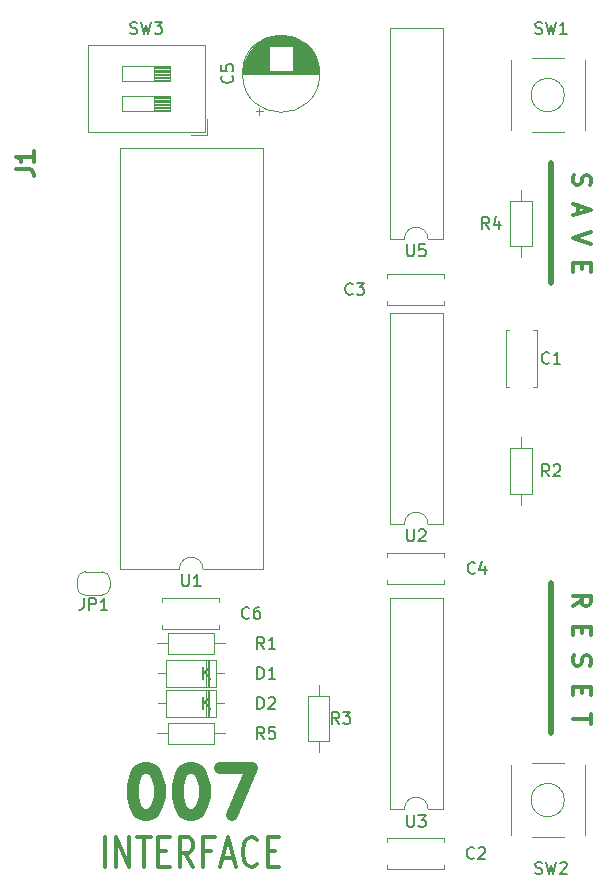
<source format=gto>
G04 #@! TF.GenerationSoftware,KiCad,Pcbnew,5.0.0-rc3-6a2723a~65~ubuntu18.04.1*
G04 #@! TF.CreationDate,2018-07-22T22:16:49+02:00*
G04 #@! TF.ProjectId,007_mini,3030375F6D696E692E6B696361645F70,rev?*
G04 #@! TF.SameCoordinates,Original*
G04 #@! TF.FileFunction,Legend,Top*
G04 #@! TF.FilePolarity,Positive*
%FSLAX46Y46*%
G04 Gerber Fmt 4.6, Leading zero omitted, Abs format (unit mm)*
G04 Created by KiCad (PCBNEW 5.0.0-rc3-6a2723a~65~ubuntu18.04.1) date Sun Jul 22 22:16:49 2018*
%MOMM*%
%LPD*%
G01*
G04 APERTURE LIST*
%ADD10C,0.300000*%
%ADD11C,1.000000*%
%ADD12C,0.508000*%
%ADD13C,0.120000*%
%ADD14C,0.150000*%
%ADD15C,0.304800*%
G04 APERTURE END LIST*
D10*
X95536666Y-121780952D02*
X95536666Y-119280952D01*
X96489047Y-121780952D02*
X96489047Y-119280952D01*
X97631904Y-121780952D01*
X97631904Y-119280952D01*
X98298571Y-119280952D02*
X99441428Y-119280952D01*
X98870000Y-121780952D02*
X98870000Y-119280952D01*
X100108095Y-120471428D02*
X100774761Y-120471428D01*
X101060476Y-121780952D02*
X100108095Y-121780952D01*
X100108095Y-119280952D01*
X101060476Y-119280952D01*
X103060476Y-121780952D02*
X102393809Y-120590476D01*
X101917619Y-121780952D02*
X101917619Y-119280952D01*
X102679523Y-119280952D01*
X102870000Y-119400000D01*
X102965238Y-119519047D01*
X103060476Y-119757142D01*
X103060476Y-120114285D01*
X102965238Y-120352380D01*
X102870000Y-120471428D01*
X102679523Y-120590476D01*
X101917619Y-120590476D01*
X104584285Y-120471428D02*
X103917619Y-120471428D01*
X103917619Y-121780952D02*
X103917619Y-119280952D01*
X104870000Y-119280952D01*
X105536666Y-121066666D02*
X106489047Y-121066666D01*
X105346190Y-121780952D02*
X106012857Y-119280952D01*
X106679523Y-121780952D01*
X108489047Y-121542857D02*
X108393809Y-121661904D01*
X108108095Y-121780952D01*
X107917619Y-121780952D01*
X107631904Y-121661904D01*
X107441428Y-121423809D01*
X107346190Y-121185714D01*
X107250952Y-120709523D01*
X107250952Y-120352380D01*
X107346190Y-119876190D01*
X107441428Y-119638095D01*
X107631904Y-119400000D01*
X107917619Y-119280952D01*
X108108095Y-119280952D01*
X108393809Y-119400000D01*
X108489047Y-119519047D01*
X109346190Y-120471428D02*
X110012857Y-120471428D01*
X110298571Y-121780952D02*
X109346190Y-121780952D01*
X109346190Y-119280952D01*
X110298571Y-119280952D01*
D11*
X98870000Y-113379523D02*
X99250952Y-113379523D01*
X99631904Y-113570000D01*
X99822380Y-113760476D01*
X100012857Y-114141428D01*
X100203333Y-114903333D01*
X100203333Y-115855714D01*
X100012857Y-116617619D01*
X99822380Y-116998571D01*
X99631904Y-117189047D01*
X99250952Y-117379523D01*
X98870000Y-117379523D01*
X98489047Y-117189047D01*
X98298571Y-116998571D01*
X98108095Y-116617619D01*
X97917619Y-115855714D01*
X97917619Y-114903333D01*
X98108095Y-114141428D01*
X98298571Y-113760476D01*
X98489047Y-113570000D01*
X98870000Y-113379523D01*
X102679523Y-113379523D02*
X103060476Y-113379523D01*
X103441428Y-113570000D01*
X103631904Y-113760476D01*
X103822380Y-114141428D01*
X104012857Y-114903333D01*
X104012857Y-115855714D01*
X103822380Y-116617619D01*
X103631904Y-116998571D01*
X103441428Y-117189047D01*
X103060476Y-117379523D01*
X102679523Y-117379523D01*
X102298571Y-117189047D01*
X102108095Y-116998571D01*
X101917619Y-116617619D01*
X101727142Y-115855714D01*
X101727142Y-114903333D01*
X101917619Y-114141428D01*
X102108095Y-113760476D01*
X102298571Y-113570000D01*
X102679523Y-113379523D01*
X105346190Y-113379523D02*
X108012857Y-113379523D01*
X106298571Y-117379523D01*
D12*
X133350000Y-97790000D02*
X133350000Y-110490000D01*
D10*
X135211428Y-99675714D02*
X135925714Y-99175714D01*
X135211428Y-98818571D02*
X136711428Y-98818571D01*
X136711428Y-99390000D01*
X136640000Y-99532857D01*
X136568571Y-99604285D01*
X136425714Y-99675714D01*
X136211428Y-99675714D01*
X136068571Y-99604285D01*
X135997142Y-99532857D01*
X135925714Y-99390000D01*
X135925714Y-98818571D01*
X135997142Y-101461428D02*
X135997142Y-101961428D01*
X135211428Y-102175714D02*
X135211428Y-101461428D01*
X136711428Y-101461428D01*
X136711428Y-102175714D01*
X135282857Y-103890000D02*
X135211428Y-104104285D01*
X135211428Y-104461428D01*
X135282857Y-104604285D01*
X135354285Y-104675714D01*
X135497142Y-104747142D01*
X135640000Y-104747142D01*
X135782857Y-104675714D01*
X135854285Y-104604285D01*
X135925714Y-104461428D01*
X135997142Y-104175714D01*
X136068571Y-104032857D01*
X136140000Y-103961428D01*
X136282857Y-103890000D01*
X136425714Y-103890000D01*
X136568571Y-103961428D01*
X136640000Y-104032857D01*
X136711428Y-104175714D01*
X136711428Y-104532857D01*
X136640000Y-104747142D01*
X135997142Y-106532857D02*
X135997142Y-107032857D01*
X135211428Y-107247142D02*
X135211428Y-106532857D01*
X136711428Y-106532857D01*
X136711428Y-107247142D01*
X136711428Y-108818571D02*
X136711428Y-109675714D01*
X135211428Y-109247142D02*
X136711428Y-109247142D01*
X135282857Y-63202857D02*
X135211428Y-63417142D01*
X135211428Y-63774285D01*
X135282857Y-63917142D01*
X135354285Y-63988571D01*
X135497142Y-64060000D01*
X135640000Y-64060000D01*
X135782857Y-63988571D01*
X135854285Y-63917142D01*
X135925714Y-63774285D01*
X135997142Y-63488571D01*
X136068571Y-63345714D01*
X136140000Y-63274285D01*
X136282857Y-63202857D01*
X136425714Y-63202857D01*
X136568571Y-63274285D01*
X136640000Y-63345714D01*
X136711428Y-63488571D01*
X136711428Y-63845714D01*
X136640000Y-64060000D01*
X135640000Y-65774285D02*
X135640000Y-66488571D01*
X135211428Y-65631428D02*
X136711428Y-66131428D01*
X135211428Y-66631428D01*
X136711428Y-68060000D02*
X135211428Y-68560000D01*
X136711428Y-69060000D01*
X135997142Y-70702857D02*
X135997142Y-71202857D01*
X135211428Y-71417142D02*
X135211428Y-70702857D01*
X136711428Y-70702857D01*
X136711428Y-71417142D01*
D12*
X133350000Y-62230000D02*
X133350000Y-72390000D01*
D13*
G04 #@! TO.C,SW1*
X134474214Y-56440000D02*
G75*
G03X134474214Y-56440000I-1414214J0D01*
G01*
X136180000Y-59410000D02*
X136180000Y-53470000D01*
X129940000Y-59410000D02*
X129940000Y-53470000D01*
X134400000Y-59560000D02*
X131720000Y-59560000D01*
X131720000Y-53320000D02*
X134400000Y-53320000D01*
G04 #@! TO.C,C1*
X129500000Y-81190000D02*
X129500000Y-76370000D01*
X132120000Y-81190000D02*
X132120000Y-76370000D01*
X129500000Y-81190000D02*
X129814000Y-81190000D01*
X131806000Y-81190000D02*
X132120000Y-81190000D01*
X129500000Y-76370000D02*
X129814000Y-76370000D01*
X131806000Y-76370000D02*
X132120000Y-76370000D01*
G04 #@! TO.C,D1*
X104990000Y-106530000D02*
X104990000Y-104290000D01*
X104990000Y-104290000D02*
X100750000Y-104290000D01*
X100750000Y-104290000D02*
X100750000Y-106530000D01*
X100750000Y-106530000D02*
X104990000Y-106530000D01*
X105640000Y-105410000D02*
X104990000Y-105410000D01*
X100100000Y-105410000D02*
X100750000Y-105410000D01*
X104270000Y-106530000D02*
X104270000Y-104290000D01*
X104150000Y-106530000D02*
X104150000Y-104290000D01*
X104390000Y-106530000D02*
X104390000Y-104290000D01*
G04 #@! TO.C,D2*
X104390000Y-109070000D02*
X104390000Y-106830000D01*
X104150000Y-109070000D02*
X104150000Y-106830000D01*
X104270000Y-109070000D02*
X104270000Y-106830000D01*
X100100000Y-107950000D02*
X100750000Y-107950000D01*
X105640000Y-107950000D02*
X104990000Y-107950000D01*
X100750000Y-109070000D02*
X104990000Y-109070000D01*
X100750000Y-106830000D02*
X100750000Y-109070000D01*
X104990000Y-106830000D02*
X100750000Y-106830000D01*
X104990000Y-109070000D02*
X104990000Y-106830000D01*
G04 #@! TO.C,R1*
X104790000Y-103790000D02*
X104790000Y-101950000D01*
X104790000Y-101950000D02*
X100950000Y-101950000D01*
X100950000Y-101950000D02*
X100950000Y-103790000D01*
X100950000Y-103790000D02*
X104790000Y-103790000D01*
X105740000Y-102870000D02*
X104790000Y-102870000D01*
X100000000Y-102870000D02*
X100950000Y-102870000D01*
G04 #@! TO.C,R2*
X131730000Y-86345000D02*
X129890000Y-86345000D01*
X129890000Y-86345000D02*
X129890000Y-90185000D01*
X129890000Y-90185000D02*
X131730000Y-90185000D01*
X131730000Y-90185000D02*
X131730000Y-86345000D01*
X130810000Y-85395000D02*
X130810000Y-86345000D01*
X130810000Y-91135000D02*
X130810000Y-90185000D01*
G04 #@! TO.C,R3*
X113665000Y-106350000D02*
X113665000Y-107300000D01*
X113665000Y-112090000D02*
X113665000Y-111140000D01*
X112745000Y-107300000D02*
X112745000Y-111140000D01*
X114585000Y-107300000D02*
X112745000Y-107300000D01*
X114585000Y-111140000D02*
X114585000Y-107300000D01*
X112745000Y-111140000D02*
X114585000Y-111140000D01*
G04 #@! TO.C,SW2*
X131720000Y-113010000D02*
X134400000Y-113010000D01*
X134400000Y-119250000D02*
X131720000Y-119250000D01*
X129940000Y-119100000D02*
X129940000Y-113160000D01*
X136180000Y-119100000D02*
X136180000Y-113160000D01*
X134474214Y-116130000D02*
G75*
G03X134474214Y-116130000I-1414214J0D01*
G01*
G04 #@! TO.C,U3*
X119670000Y-116900000D02*
X120920000Y-116900000D01*
X119670000Y-99000000D02*
X119670000Y-116900000D01*
X124170000Y-99000000D02*
X119670000Y-99000000D01*
X124170000Y-116900000D02*
X124170000Y-99000000D01*
X122920000Y-116900000D02*
X124170000Y-116900000D01*
X120920000Y-116900000D02*
G75*
G02X122920000Y-116900000I1000000J0D01*
G01*
G04 #@! TO.C,C3*
X124243000Y-74208000D02*
X119423000Y-74208000D01*
X124243000Y-71588000D02*
X119423000Y-71588000D01*
X124243000Y-74208000D02*
X124243000Y-73894000D01*
X124243000Y-71902000D02*
X124243000Y-71588000D01*
X119423000Y-74208000D02*
X119423000Y-73894000D01*
X119423000Y-71902000D02*
X119423000Y-71588000D01*
G04 #@! TO.C,C4*
X124290000Y-97516000D02*
X124290000Y-97830000D01*
X124290000Y-95210000D02*
X124290000Y-95524000D01*
X119470000Y-97516000D02*
X119470000Y-97830000D01*
X119470000Y-95210000D02*
X119470000Y-95524000D01*
X119470000Y-97830000D02*
X124290000Y-97830000D01*
X119470000Y-95210000D02*
X124290000Y-95210000D01*
G04 #@! TO.C,C6*
X100420000Y-99020000D02*
X105240000Y-99020000D01*
X100420000Y-101640000D02*
X105240000Y-101640000D01*
X100420000Y-99020000D02*
X100420000Y-99334000D01*
X100420000Y-101326000D02*
X100420000Y-101640000D01*
X105240000Y-99020000D02*
X105240000Y-99334000D01*
X105240000Y-101326000D02*
X105240000Y-101640000D01*
G04 #@! TO.C,R4*
X129890000Y-69230000D02*
X131730000Y-69230000D01*
X131730000Y-69230000D02*
X131730000Y-65390000D01*
X131730000Y-65390000D02*
X129890000Y-65390000D01*
X129890000Y-65390000D02*
X129890000Y-69230000D01*
X130810000Y-70180000D02*
X130810000Y-69230000D01*
X130810000Y-64440000D02*
X130810000Y-65390000D01*
G04 #@! TO.C,R5*
X100000000Y-110490000D02*
X100950000Y-110490000D01*
X105740000Y-110490000D02*
X104790000Y-110490000D01*
X100950000Y-111410000D02*
X104790000Y-111410000D01*
X100950000Y-109570000D02*
X100950000Y-111410000D01*
X104790000Y-109570000D02*
X100950000Y-109570000D01*
X104790000Y-111410000D02*
X104790000Y-109570000D01*
G04 #@! TO.C,SW3*
X104010000Y-59570000D02*
X94110000Y-59570000D01*
X104010000Y-52190000D02*
X94110000Y-52190000D01*
X104010000Y-59570000D02*
X104010000Y-52190000D01*
X94110000Y-59570000D02*
X94110000Y-52190000D01*
X104250000Y-59810000D02*
X102866000Y-59810000D01*
X104250000Y-59810000D02*
X104250000Y-58427000D01*
X101090000Y-57785000D02*
X101090000Y-56515000D01*
X101090000Y-56515000D02*
X97030000Y-56515000D01*
X97030000Y-56515000D02*
X97030000Y-57785000D01*
X97030000Y-57785000D02*
X101090000Y-57785000D01*
X101090000Y-57665000D02*
X99736667Y-57665000D01*
X101090000Y-57545000D02*
X99736667Y-57545000D01*
X101090000Y-57425000D02*
X99736667Y-57425000D01*
X101090000Y-57305000D02*
X99736667Y-57305000D01*
X101090000Y-57185000D02*
X99736667Y-57185000D01*
X101090000Y-57065000D02*
X99736667Y-57065000D01*
X101090000Y-56945000D02*
X99736667Y-56945000D01*
X101090000Y-56825000D02*
X99736667Y-56825000D01*
X101090000Y-56705000D02*
X99736667Y-56705000D01*
X101090000Y-56585000D02*
X99736667Y-56585000D01*
X99736667Y-57785000D02*
X99736667Y-56515000D01*
X101090000Y-55245000D02*
X101090000Y-53975000D01*
X101090000Y-53975000D02*
X97030000Y-53975000D01*
X97030000Y-53975000D02*
X97030000Y-55245000D01*
X97030000Y-55245000D02*
X101090000Y-55245000D01*
X101090000Y-55125000D02*
X99736667Y-55125000D01*
X101090000Y-55005000D02*
X99736667Y-55005000D01*
X101090000Y-54885000D02*
X99736667Y-54885000D01*
X101090000Y-54765000D02*
X99736667Y-54765000D01*
X101090000Y-54645000D02*
X99736667Y-54645000D01*
X101090000Y-54525000D02*
X99736667Y-54525000D01*
X101090000Y-54405000D02*
X99736667Y-54405000D01*
X101090000Y-54285000D02*
X99736667Y-54285000D01*
X101090000Y-54165000D02*
X99736667Y-54165000D01*
X101090000Y-54045000D02*
X99736667Y-54045000D01*
X99736667Y-55245000D02*
X99736667Y-53975000D01*
G04 #@! TO.C,U5*
X120920000Y-68640000D02*
G75*
G02X122920000Y-68640000I1000000J0D01*
G01*
X122920000Y-68640000D02*
X124170000Y-68640000D01*
X124170000Y-68640000D02*
X124170000Y-50740000D01*
X124170000Y-50740000D02*
X119670000Y-50740000D01*
X119670000Y-50740000D02*
X119670000Y-68640000D01*
X119670000Y-68640000D02*
X120920000Y-68640000D01*
G04 #@! TO.C,C2*
X119470000Y-119340000D02*
X124290000Y-119340000D01*
X119470000Y-121960000D02*
X124290000Y-121960000D01*
X119470000Y-119340000D02*
X119470000Y-119654000D01*
X119470000Y-121646000D02*
X119470000Y-121960000D01*
X124290000Y-119340000D02*
X124290000Y-119654000D01*
X124290000Y-121646000D02*
X124290000Y-121960000D01*
G04 #@! TO.C,C5*
X113760000Y-54630000D02*
G75*
G03X113760000Y-54630000I-3270000J0D01*
G01*
X107260000Y-54630000D02*
X113720000Y-54630000D01*
X107260000Y-54590000D02*
X113720000Y-54590000D01*
X107260000Y-54550000D02*
X113720000Y-54550000D01*
X107262000Y-54510000D02*
X113718000Y-54510000D01*
X107263000Y-54470000D02*
X113717000Y-54470000D01*
X107266000Y-54430000D02*
X113714000Y-54430000D01*
X107268000Y-54390000D02*
X109450000Y-54390000D01*
X111530000Y-54390000D02*
X113712000Y-54390000D01*
X107272000Y-54350000D02*
X109450000Y-54350000D01*
X111530000Y-54350000D02*
X113708000Y-54350000D01*
X107275000Y-54310000D02*
X109450000Y-54310000D01*
X111530000Y-54310000D02*
X113705000Y-54310000D01*
X107279000Y-54270000D02*
X109450000Y-54270000D01*
X111530000Y-54270000D02*
X113701000Y-54270000D01*
X107284000Y-54230000D02*
X109450000Y-54230000D01*
X111530000Y-54230000D02*
X113696000Y-54230000D01*
X107289000Y-54190000D02*
X109450000Y-54190000D01*
X111530000Y-54190000D02*
X113691000Y-54190000D01*
X107295000Y-54150000D02*
X109450000Y-54150000D01*
X111530000Y-54150000D02*
X113685000Y-54150000D01*
X107301000Y-54110000D02*
X109450000Y-54110000D01*
X111530000Y-54110000D02*
X113679000Y-54110000D01*
X107308000Y-54070000D02*
X109450000Y-54070000D01*
X111530000Y-54070000D02*
X113672000Y-54070000D01*
X107315000Y-54030000D02*
X109450000Y-54030000D01*
X111530000Y-54030000D02*
X113665000Y-54030000D01*
X107323000Y-53990000D02*
X109450000Y-53990000D01*
X111530000Y-53990000D02*
X113657000Y-53990000D01*
X107331000Y-53950000D02*
X109450000Y-53950000D01*
X111530000Y-53950000D02*
X113649000Y-53950000D01*
X107340000Y-53909000D02*
X109450000Y-53909000D01*
X111530000Y-53909000D02*
X113640000Y-53909000D01*
X107349000Y-53869000D02*
X109450000Y-53869000D01*
X111530000Y-53869000D02*
X113631000Y-53869000D01*
X107359000Y-53829000D02*
X109450000Y-53829000D01*
X111530000Y-53829000D02*
X113621000Y-53829000D01*
X107369000Y-53789000D02*
X109450000Y-53789000D01*
X111530000Y-53789000D02*
X113611000Y-53789000D01*
X107380000Y-53749000D02*
X109450000Y-53749000D01*
X111530000Y-53749000D02*
X113600000Y-53749000D01*
X107392000Y-53709000D02*
X109450000Y-53709000D01*
X111530000Y-53709000D02*
X113588000Y-53709000D01*
X107404000Y-53669000D02*
X109450000Y-53669000D01*
X111530000Y-53669000D02*
X113576000Y-53669000D01*
X107416000Y-53629000D02*
X109450000Y-53629000D01*
X111530000Y-53629000D02*
X113564000Y-53629000D01*
X107429000Y-53589000D02*
X109450000Y-53589000D01*
X111530000Y-53589000D02*
X113551000Y-53589000D01*
X107443000Y-53549000D02*
X109450000Y-53549000D01*
X111530000Y-53549000D02*
X113537000Y-53549000D01*
X107457000Y-53509000D02*
X109450000Y-53509000D01*
X111530000Y-53509000D02*
X113523000Y-53509000D01*
X107472000Y-53469000D02*
X109450000Y-53469000D01*
X111530000Y-53469000D02*
X113508000Y-53469000D01*
X107488000Y-53429000D02*
X109450000Y-53429000D01*
X111530000Y-53429000D02*
X113492000Y-53429000D01*
X107504000Y-53389000D02*
X109450000Y-53389000D01*
X111530000Y-53389000D02*
X113476000Y-53389000D01*
X107520000Y-53349000D02*
X109450000Y-53349000D01*
X111530000Y-53349000D02*
X113460000Y-53349000D01*
X107538000Y-53309000D02*
X109450000Y-53309000D01*
X111530000Y-53309000D02*
X113442000Y-53309000D01*
X107556000Y-53269000D02*
X109450000Y-53269000D01*
X111530000Y-53269000D02*
X113424000Y-53269000D01*
X107574000Y-53229000D02*
X109450000Y-53229000D01*
X111530000Y-53229000D02*
X113406000Y-53229000D01*
X107594000Y-53189000D02*
X109450000Y-53189000D01*
X111530000Y-53189000D02*
X113386000Y-53189000D01*
X107614000Y-53149000D02*
X109450000Y-53149000D01*
X111530000Y-53149000D02*
X113366000Y-53149000D01*
X107634000Y-53109000D02*
X109450000Y-53109000D01*
X111530000Y-53109000D02*
X113346000Y-53109000D01*
X107656000Y-53069000D02*
X109450000Y-53069000D01*
X111530000Y-53069000D02*
X113324000Y-53069000D01*
X107678000Y-53029000D02*
X109450000Y-53029000D01*
X111530000Y-53029000D02*
X113302000Y-53029000D01*
X107700000Y-52989000D02*
X109450000Y-52989000D01*
X111530000Y-52989000D02*
X113280000Y-52989000D01*
X107724000Y-52949000D02*
X109450000Y-52949000D01*
X111530000Y-52949000D02*
X113256000Y-52949000D01*
X107748000Y-52909000D02*
X109450000Y-52909000D01*
X111530000Y-52909000D02*
X113232000Y-52909000D01*
X107774000Y-52869000D02*
X109450000Y-52869000D01*
X111530000Y-52869000D02*
X113206000Y-52869000D01*
X107800000Y-52829000D02*
X109450000Y-52829000D01*
X111530000Y-52829000D02*
X113180000Y-52829000D01*
X107826000Y-52789000D02*
X109450000Y-52789000D01*
X111530000Y-52789000D02*
X113154000Y-52789000D01*
X107854000Y-52749000D02*
X109450000Y-52749000D01*
X111530000Y-52749000D02*
X113126000Y-52749000D01*
X107883000Y-52709000D02*
X109450000Y-52709000D01*
X111530000Y-52709000D02*
X113097000Y-52709000D01*
X107912000Y-52669000D02*
X109450000Y-52669000D01*
X111530000Y-52669000D02*
X113068000Y-52669000D01*
X107942000Y-52629000D02*
X109450000Y-52629000D01*
X111530000Y-52629000D02*
X113038000Y-52629000D01*
X107974000Y-52589000D02*
X109450000Y-52589000D01*
X111530000Y-52589000D02*
X113006000Y-52589000D01*
X108006000Y-52549000D02*
X109450000Y-52549000D01*
X111530000Y-52549000D02*
X112974000Y-52549000D01*
X108040000Y-52509000D02*
X109450000Y-52509000D01*
X111530000Y-52509000D02*
X112940000Y-52509000D01*
X108074000Y-52469000D02*
X109450000Y-52469000D01*
X111530000Y-52469000D02*
X112906000Y-52469000D01*
X108110000Y-52429000D02*
X109450000Y-52429000D01*
X111530000Y-52429000D02*
X112870000Y-52429000D01*
X108147000Y-52389000D02*
X109450000Y-52389000D01*
X111530000Y-52389000D02*
X112833000Y-52389000D01*
X108185000Y-52349000D02*
X109450000Y-52349000D01*
X111530000Y-52349000D02*
X112795000Y-52349000D01*
X108225000Y-52309000D02*
X112755000Y-52309000D01*
X108266000Y-52269000D02*
X112714000Y-52269000D01*
X108308000Y-52229000D02*
X112672000Y-52229000D01*
X108353000Y-52189000D02*
X112627000Y-52189000D01*
X108398000Y-52149000D02*
X112582000Y-52149000D01*
X108446000Y-52109000D02*
X112534000Y-52109000D01*
X108495000Y-52069000D02*
X112485000Y-52069000D01*
X108546000Y-52029000D02*
X112434000Y-52029000D01*
X108600000Y-51989000D02*
X112380000Y-51989000D01*
X108656000Y-51949000D02*
X112324000Y-51949000D01*
X108714000Y-51909000D02*
X112266000Y-51909000D01*
X108776000Y-51869000D02*
X112204000Y-51869000D01*
X108840000Y-51829000D02*
X112140000Y-51829000D01*
X108909000Y-51789000D02*
X112071000Y-51789000D01*
X108981000Y-51749000D02*
X111999000Y-51749000D01*
X109058000Y-51709000D02*
X111922000Y-51709000D01*
X109140000Y-51669000D02*
X111840000Y-51669000D01*
X109228000Y-51629000D02*
X111752000Y-51629000D01*
X109325000Y-51589000D02*
X111655000Y-51589000D01*
X109431000Y-51549000D02*
X111549000Y-51549000D01*
X109550000Y-51509000D02*
X111430000Y-51509000D01*
X109688000Y-51469000D02*
X111292000Y-51469000D01*
X109857000Y-51429000D02*
X111123000Y-51429000D01*
X110088000Y-51389000D02*
X110892000Y-51389000D01*
X108651000Y-58130241D02*
X108651000Y-57500241D01*
X108336000Y-57815241D02*
X108966000Y-57815241D01*
G04 #@! TO.C,U2*
X120920000Y-92770000D02*
G75*
G02X122920000Y-92770000I1000000J0D01*
G01*
X122920000Y-92770000D02*
X124170000Y-92770000D01*
X124170000Y-92770000D02*
X124170000Y-74870000D01*
X124170000Y-74870000D02*
X119670000Y-74870000D01*
X119670000Y-74870000D02*
X119670000Y-92770000D01*
X119670000Y-92770000D02*
X120920000Y-92770000D01*
G04 #@! TO.C,U1*
X101870000Y-96580000D02*
G75*
G02X103870000Y-96580000I1000000J0D01*
G01*
X103870000Y-96580000D02*
X108930000Y-96580000D01*
X108930000Y-96580000D02*
X108930000Y-60900000D01*
X108930000Y-60900000D02*
X96810000Y-60900000D01*
X96810000Y-60900000D02*
X96810000Y-96580000D01*
X96810000Y-96580000D02*
X101870000Y-96580000D01*
G04 #@! TO.C,JP1*
X93915000Y-98790000D02*
G75*
G02X93215000Y-98090000I0J700000D01*
G01*
X93215000Y-97490000D02*
G75*
G02X93915000Y-96790000I700000J0D01*
G01*
X95315000Y-96790000D02*
G75*
G02X96015000Y-97490000I0J-700000D01*
G01*
X96015000Y-98090000D02*
G75*
G02X95315000Y-98790000I-700000J0D01*
G01*
X96015000Y-97490000D02*
X96015000Y-98090000D01*
X93915000Y-96790000D02*
X95315000Y-96790000D01*
X93215000Y-98090000D02*
X93215000Y-97490000D01*
X95315000Y-98790000D02*
X93915000Y-98790000D01*
G04 #@! TO.C,SW1*
D14*
X132016666Y-51204761D02*
X132159523Y-51252380D01*
X132397619Y-51252380D01*
X132492857Y-51204761D01*
X132540476Y-51157142D01*
X132588095Y-51061904D01*
X132588095Y-50966666D01*
X132540476Y-50871428D01*
X132492857Y-50823809D01*
X132397619Y-50776190D01*
X132207142Y-50728571D01*
X132111904Y-50680952D01*
X132064285Y-50633333D01*
X132016666Y-50538095D01*
X132016666Y-50442857D01*
X132064285Y-50347619D01*
X132111904Y-50300000D01*
X132207142Y-50252380D01*
X132445238Y-50252380D01*
X132588095Y-50300000D01*
X132921428Y-50252380D02*
X133159523Y-51252380D01*
X133350000Y-50538095D01*
X133540476Y-51252380D01*
X133778571Y-50252380D01*
X134683333Y-51252380D02*
X134111904Y-51252380D01*
X134397619Y-51252380D02*
X134397619Y-50252380D01*
X134302380Y-50395238D01*
X134207142Y-50490476D01*
X134111904Y-50538095D01*
G04 #@! TO.C,C1*
X133183333Y-79097142D02*
X133135714Y-79144761D01*
X132992857Y-79192380D01*
X132897619Y-79192380D01*
X132754761Y-79144761D01*
X132659523Y-79049523D01*
X132611904Y-78954285D01*
X132564285Y-78763809D01*
X132564285Y-78620952D01*
X132611904Y-78430476D01*
X132659523Y-78335238D01*
X132754761Y-78240000D01*
X132897619Y-78192380D01*
X132992857Y-78192380D01*
X133135714Y-78240000D01*
X133183333Y-78287619D01*
X134135714Y-79192380D02*
X133564285Y-79192380D01*
X133850000Y-79192380D02*
X133850000Y-78192380D01*
X133754761Y-78335238D01*
X133659523Y-78430476D01*
X133564285Y-78478095D01*
G04 #@! TO.C,D1*
X108481904Y-105862380D02*
X108481904Y-104862380D01*
X108720000Y-104862380D01*
X108862857Y-104910000D01*
X108958095Y-105005238D01*
X109005714Y-105100476D01*
X109053333Y-105290952D01*
X109053333Y-105433809D01*
X109005714Y-105624285D01*
X108958095Y-105719523D01*
X108862857Y-105814761D01*
X108720000Y-105862380D01*
X108481904Y-105862380D01*
X110005714Y-105862380D02*
X109434285Y-105862380D01*
X109720000Y-105862380D02*
X109720000Y-104862380D01*
X109624761Y-105005238D01*
X109529523Y-105100476D01*
X109434285Y-105148095D01*
X103878095Y-105862380D02*
X103878095Y-104862380D01*
X104449523Y-105862380D02*
X104020952Y-105290952D01*
X104449523Y-104862380D02*
X103878095Y-105433809D01*
G04 #@! TO.C,D2*
X108481904Y-108402380D02*
X108481904Y-107402380D01*
X108720000Y-107402380D01*
X108862857Y-107450000D01*
X108958095Y-107545238D01*
X109005714Y-107640476D01*
X109053333Y-107830952D01*
X109053333Y-107973809D01*
X109005714Y-108164285D01*
X108958095Y-108259523D01*
X108862857Y-108354761D01*
X108720000Y-108402380D01*
X108481904Y-108402380D01*
X109434285Y-107497619D02*
X109481904Y-107450000D01*
X109577142Y-107402380D01*
X109815238Y-107402380D01*
X109910476Y-107450000D01*
X109958095Y-107497619D01*
X110005714Y-107592857D01*
X110005714Y-107688095D01*
X109958095Y-107830952D01*
X109386666Y-108402380D01*
X110005714Y-108402380D01*
X103878095Y-108402380D02*
X103878095Y-107402380D01*
X104449523Y-108402380D02*
X104020952Y-107830952D01*
X104449523Y-107402380D02*
X103878095Y-107973809D01*
G04 #@! TO.C,R1*
X109053333Y-103322380D02*
X108720000Y-102846190D01*
X108481904Y-103322380D02*
X108481904Y-102322380D01*
X108862857Y-102322380D01*
X108958095Y-102370000D01*
X109005714Y-102417619D01*
X109053333Y-102512857D01*
X109053333Y-102655714D01*
X109005714Y-102750952D01*
X108958095Y-102798571D01*
X108862857Y-102846190D01*
X108481904Y-102846190D01*
X110005714Y-103322380D02*
X109434285Y-103322380D01*
X109720000Y-103322380D02*
X109720000Y-102322380D01*
X109624761Y-102465238D01*
X109529523Y-102560476D01*
X109434285Y-102608095D01*
G04 #@! TO.C,R2*
X133183333Y-88717380D02*
X132850000Y-88241190D01*
X132611904Y-88717380D02*
X132611904Y-87717380D01*
X132992857Y-87717380D01*
X133088095Y-87765000D01*
X133135714Y-87812619D01*
X133183333Y-87907857D01*
X133183333Y-88050714D01*
X133135714Y-88145952D01*
X133088095Y-88193571D01*
X132992857Y-88241190D01*
X132611904Y-88241190D01*
X133564285Y-87812619D02*
X133611904Y-87765000D01*
X133707142Y-87717380D01*
X133945238Y-87717380D01*
X134040476Y-87765000D01*
X134088095Y-87812619D01*
X134135714Y-87907857D01*
X134135714Y-88003095D01*
X134088095Y-88145952D01*
X133516666Y-88717380D01*
X134135714Y-88717380D01*
G04 #@! TO.C,R3*
X115403333Y-109672380D02*
X115070000Y-109196190D01*
X114831904Y-109672380D02*
X114831904Y-108672380D01*
X115212857Y-108672380D01*
X115308095Y-108720000D01*
X115355714Y-108767619D01*
X115403333Y-108862857D01*
X115403333Y-109005714D01*
X115355714Y-109100952D01*
X115308095Y-109148571D01*
X115212857Y-109196190D01*
X114831904Y-109196190D01*
X115736666Y-108672380D02*
X116355714Y-108672380D01*
X116022380Y-109053333D01*
X116165238Y-109053333D01*
X116260476Y-109100952D01*
X116308095Y-109148571D01*
X116355714Y-109243809D01*
X116355714Y-109481904D01*
X116308095Y-109577142D01*
X116260476Y-109624761D01*
X116165238Y-109672380D01*
X115879523Y-109672380D01*
X115784285Y-109624761D01*
X115736666Y-109577142D01*
G04 #@! TO.C,SW2*
X132016666Y-122324761D02*
X132159523Y-122372380D01*
X132397619Y-122372380D01*
X132492857Y-122324761D01*
X132540476Y-122277142D01*
X132588095Y-122181904D01*
X132588095Y-122086666D01*
X132540476Y-121991428D01*
X132492857Y-121943809D01*
X132397619Y-121896190D01*
X132207142Y-121848571D01*
X132111904Y-121800952D01*
X132064285Y-121753333D01*
X132016666Y-121658095D01*
X132016666Y-121562857D01*
X132064285Y-121467619D01*
X132111904Y-121420000D01*
X132207142Y-121372380D01*
X132445238Y-121372380D01*
X132588095Y-121420000D01*
X132921428Y-121372380D02*
X133159523Y-122372380D01*
X133350000Y-121658095D01*
X133540476Y-122372380D01*
X133778571Y-121372380D01*
X134111904Y-121467619D02*
X134159523Y-121420000D01*
X134254761Y-121372380D01*
X134492857Y-121372380D01*
X134588095Y-121420000D01*
X134635714Y-121467619D01*
X134683333Y-121562857D01*
X134683333Y-121658095D01*
X134635714Y-121800952D01*
X134064285Y-122372380D01*
X134683333Y-122372380D01*
G04 #@! TO.C,U3*
X121158095Y-117412380D02*
X121158095Y-118221904D01*
X121205714Y-118317142D01*
X121253333Y-118364761D01*
X121348571Y-118412380D01*
X121539047Y-118412380D01*
X121634285Y-118364761D01*
X121681904Y-118317142D01*
X121729523Y-118221904D01*
X121729523Y-117412380D01*
X122110476Y-117412380D02*
X122729523Y-117412380D01*
X122396190Y-117793333D01*
X122539047Y-117793333D01*
X122634285Y-117840952D01*
X122681904Y-117888571D01*
X122729523Y-117983809D01*
X122729523Y-118221904D01*
X122681904Y-118317142D01*
X122634285Y-118364761D01*
X122539047Y-118412380D01*
X122253333Y-118412380D01*
X122158095Y-118364761D01*
X122110476Y-118317142D01*
G04 #@! TO.C,J1*
D15*
X88065428Y-62738000D02*
X89154000Y-62738000D01*
X89371714Y-62810571D01*
X89516857Y-62955714D01*
X89589428Y-63173428D01*
X89589428Y-63318571D01*
X89589428Y-61214000D02*
X89589428Y-62084857D01*
X89589428Y-61649428D02*
X88065428Y-61649428D01*
X88283142Y-61794571D01*
X88428285Y-61939714D01*
X88500857Y-62084857D01*
G04 #@! TO.C,C3*
D14*
X116546333Y-73255142D02*
X116498714Y-73302761D01*
X116355857Y-73350380D01*
X116260619Y-73350380D01*
X116117761Y-73302761D01*
X116022523Y-73207523D01*
X115974904Y-73112285D01*
X115927285Y-72921809D01*
X115927285Y-72778952D01*
X115974904Y-72588476D01*
X116022523Y-72493238D01*
X116117761Y-72398000D01*
X116260619Y-72350380D01*
X116355857Y-72350380D01*
X116498714Y-72398000D01*
X116546333Y-72445619D01*
X116879666Y-72350380D02*
X117498714Y-72350380D01*
X117165380Y-72731333D01*
X117308238Y-72731333D01*
X117403476Y-72778952D01*
X117451095Y-72826571D01*
X117498714Y-72921809D01*
X117498714Y-73159904D01*
X117451095Y-73255142D01*
X117403476Y-73302761D01*
X117308238Y-73350380D01*
X117022523Y-73350380D01*
X116927285Y-73302761D01*
X116879666Y-73255142D01*
G04 #@! TO.C,C4*
X126898332Y-96877142D02*
X126850713Y-96924761D01*
X126707856Y-96972380D01*
X126612618Y-96972380D01*
X126469760Y-96924761D01*
X126374522Y-96829523D01*
X126326903Y-96734285D01*
X126279284Y-96543809D01*
X126279284Y-96400952D01*
X126326903Y-96210476D01*
X126374522Y-96115238D01*
X126469760Y-96020000D01*
X126612618Y-95972380D01*
X126707856Y-95972380D01*
X126850713Y-96020000D01*
X126898332Y-96067619D01*
X127755475Y-96305714D02*
X127755475Y-96972380D01*
X127517379Y-95924761D02*
X127279284Y-96639047D01*
X127898332Y-96639047D01*
G04 #@! TO.C,C6*
X107783333Y-100687142D02*
X107735714Y-100734761D01*
X107592857Y-100782380D01*
X107497619Y-100782380D01*
X107354761Y-100734761D01*
X107259523Y-100639523D01*
X107211904Y-100544285D01*
X107164285Y-100353809D01*
X107164285Y-100210952D01*
X107211904Y-100020476D01*
X107259523Y-99925238D01*
X107354761Y-99830000D01*
X107497619Y-99782380D01*
X107592857Y-99782380D01*
X107735714Y-99830000D01*
X107783333Y-99877619D01*
X108640476Y-99782380D02*
X108450000Y-99782380D01*
X108354761Y-99830000D01*
X108307142Y-99877619D01*
X108211904Y-100020476D01*
X108164285Y-100210952D01*
X108164285Y-100591904D01*
X108211904Y-100687142D01*
X108259523Y-100734761D01*
X108354761Y-100782380D01*
X108545238Y-100782380D01*
X108640476Y-100734761D01*
X108688095Y-100687142D01*
X108735714Y-100591904D01*
X108735714Y-100353809D01*
X108688095Y-100258571D01*
X108640476Y-100210952D01*
X108545238Y-100163333D01*
X108354761Y-100163333D01*
X108259523Y-100210952D01*
X108211904Y-100258571D01*
X108164285Y-100353809D01*
G04 #@! TO.C,R4*
X128103333Y-67762380D02*
X127770000Y-67286190D01*
X127531904Y-67762380D02*
X127531904Y-66762380D01*
X127912857Y-66762380D01*
X128008095Y-66810000D01*
X128055714Y-66857619D01*
X128103333Y-66952857D01*
X128103333Y-67095714D01*
X128055714Y-67190952D01*
X128008095Y-67238571D01*
X127912857Y-67286190D01*
X127531904Y-67286190D01*
X128960476Y-67095714D02*
X128960476Y-67762380D01*
X128722380Y-66714761D02*
X128484285Y-67429047D01*
X129103333Y-67429047D01*
G04 #@! TO.C,R5*
X109053333Y-110942380D02*
X108720000Y-110466190D01*
X108481904Y-110942380D02*
X108481904Y-109942380D01*
X108862857Y-109942380D01*
X108958095Y-109990000D01*
X109005714Y-110037619D01*
X109053333Y-110132857D01*
X109053333Y-110275714D01*
X109005714Y-110370952D01*
X108958095Y-110418571D01*
X108862857Y-110466190D01*
X108481904Y-110466190D01*
X109958095Y-109942380D02*
X109481904Y-109942380D01*
X109434285Y-110418571D01*
X109481904Y-110370952D01*
X109577142Y-110323333D01*
X109815238Y-110323333D01*
X109910476Y-110370952D01*
X109958095Y-110418571D01*
X110005714Y-110513809D01*
X110005714Y-110751904D01*
X109958095Y-110847142D01*
X109910476Y-110894761D01*
X109815238Y-110942380D01*
X109577142Y-110942380D01*
X109481904Y-110894761D01*
X109434285Y-110847142D01*
G04 #@! TO.C,SW3*
X97726666Y-51204761D02*
X97869523Y-51252380D01*
X98107619Y-51252380D01*
X98202857Y-51204761D01*
X98250476Y-51157142D01*
X98298095Y-51061904D01*
X98298095Y-50966666D01*
X98250476Y-50871428D01*
X98202857Y-50823809D01*
X98107619Y-50776190D01*
X97917142Y-50728571D01*
X97821904Y-50680952D01*
X97774285Y-50633333D01*
X97726666Y-50538095D01*
X97726666Y-50442857D01*
X97774285Y-50347619D01*
X97821904Y-50300000D01*
X97917142Y-50252380D01*
X98155238Y-50252380D01*
X98298095Y-50300000D01*
X98631428Y-50252380D02*
X98869523Y-51252380D01*
X99060000Y-50538095D01*
X99250476Y-51252380D01*
X99488571Y-50252380D01*
X99774285Y-50252380D02*
X100393333Y-50252380D01*
X100060000Y-50633333D01*
X100202857Y-50633333D01*
X100298095Y-50680952D01*
X100345714Y-50728571D01*
X100393333Y-50823809D01*
X100393333Y-51061904D01*
X100345714Y-51157142D01*
X100298095Y-51204761D01*
X100202857Y-51252380D01*
X99917142Y-51252380D01*
X99821904Y-51204761D01*
X99774285Y-51157142D01*
G04 #@! TO.C,U5*
X121158095Y-69092380D02*
X121158095Y-69901904D01*
X121205714Y-69997142D01*
X121253333Y-70044761D01*
X121348571Y-70092380D01*
X121539047Y-70092380D01*
X121634285Y-70044761D01*
X121681904Y-69997142D01*
X121729523Y-69901904D01*
X121729523Y-69092380D01*
X122681904Y-69092380D02*
X122205714Y-69092380D01*
X122158095Y-69568571D01*
X122205714Y-69520952D01*
X122300952Y-69473333D01*
X122539047Y-69473333D01*
X122634285Y-69520952D01*
X122681904Y-69568571D01*
X122729523Y-69663809D01*
X122729523Y-69901904D01*
X122681904Y-69997142D01*
X122634285Y-70044761D01*
X122539047Y-70092380D01*
X122300952Y-70092380D01*
X122205714Y-70044761D01*
X122158095Y-69997142D01*
G04 #@! TO.C,C2*
X126833333Y-121007142D02*
X126785714Y-121054761D01*
X126642857Y-121102380D01*
X126547619Y-121102380D01*
X126404761Y-121054761D01*
X126309523Y-120959523D01*
X126261904Y-120864285D01*
X126214285Y-120673809D01*
X126214285Y-120530952D01*
X126261904Y-120340476D01*
X126309523Y-120245238D01*
X126404761Y-120150000D01*
X126547619Y-120102380D01*
X126642857Y-120102380D01*
X126785714Y-120150000D01*
X126833333Y-120197619D01*
X127214285Y-120197619D02*
X127261904Y-120150000D01*
X127357142Y-120102380D01*
X127595238Y-120102380D01*
X127690476Y-120150000D01*
X127738095Y-120197619D01*
X127785714Y-120292857D01*
X127785714Y-120388095D01*
X127738095Y-120530952D01*
X127166666Y-121102380D01*
X127785714Y-121102380D01*
G04 #@! TO.C,C5*
X106327142Y-54796666D02*
X106374761Y-54844285D01*
X106422380Y-54987142D01*
X106422380Y-55082380D01*
X106374761Y-55225238D01*
X106279523Y-55320476D01*
X106184285Y-55368095D01*
X105993809Y-55415714D01*
X105850952Y-55415714D01*
X105660476Y-55368095D01*
X105565238Y-55320476D01*
X105470000Y-55225238D01*
X105422380Y-55082380D01*
X105422380Y-54987142D01*
X105470000Y-54844285D01*
X105517619Y-54796666D01*
X105422380Y-53891904D02*
X105422380Y-54368095D01*
X105898571Y-54415714D01*
X105850952Y-54368095D01*
X105803333Y-54272857D01*
X105803333Y-54034761D01*
X105850952Y-53939523D01*
X105898571Y-53891904D01*
X105993809Y-53844285D01*
X106231904Y-53844285D01*
X106327142Y-53891904D01*
X106374761Y-53939523D01*
X106422380Y-54034761D01*
X106422380Y-54272857D01*
X106374761Y-54368095D01*
X106327142Y-54415714D01*
G04 #@! TO.C,U2*
X121158095Y-93222380D02*
X121158095Y-94031904D01*
X121205714Y-94127142D01*
X121253333Y-94174761D01*
X121348571Y-94222380D01*
X121539047Y-94222380D01*
X121634285Y-94174761D01*
X121681904Y-94127142D01*
X121729523Y-94031904D01*
X121729523Y-93222380D01*
X122158095Y-93317619D02*
X122205714Y-93270000D01*
X122300952Y-93222380D01*
X122539047Y-93222380D01*
X122634285Y-93270000D01*
X122681904Y-93317619D01*
X122729523Y-93412857D01*
X122729523Y-93508095D01*
X122681904Y-93650952D01*
X122110476Y-94222380D01*
X122729523Y-94222380D01*
G04 #@! TO.C,U1*
X102108095Y-97032380D02*
X102108095Y-97841904D01*
X102155714Y-97937142D01*
X102203333Y-97984761D01*
X102298571Y-98032380D01*
X102489047Y-98032380D01*
X102584285Y-97984761D01*
X102631904Y-97937142D01*
X102679523Y-97841904D01*
X102679523Y-97032380D01*
X103679523Y-98032380D02*
X103108095Y-98032380D01*
X103393809Y-98032380D02*
X103393809Y-97032380D01*
X103298571Y-97175238D01*
X103203333Y-97270476D01*
X103108095Y-97318095D01*
G04 #@! TO.C,JP1*
X93781666Y-99042380D02*
X93781666Y-99756666D01*
X93734047Y-99899523D01*
X93638809Y-99994761D01*
X93495952Y-100042380D01*
X93400714Y-100042380D01*
X94257857Y-100042380D02*
X94257857Y-99042380D01*
X94638809Y-99042380D01*
X94734047Y-99090000D01*
X94781666Y-99137619D01*
X94829285Y-99232857D01*
X94829285Y-99375714D01*
X94781666Y-99470952D01*
X94734047Y-99518571D01*
X94638809Y-99566190D01*
X94257857Y-99566190D01*
X95781666Y-100042380D02*
X95210238Y-100042380D01*
X95495952Y-100042380D02*
X95495952Y-99042380D01*
X95400714Y-99185238D01*
X95305476Y-99280476D01*
X95210238Y-99328095D01*
G04 #@! TD*
M02*

</source>
